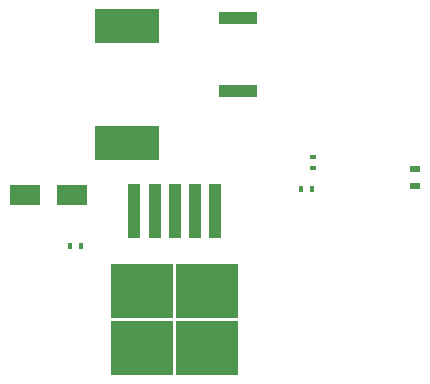
<source format=gbr>
G04 #@! TF.GenerationSoftware,KiCad,Pcbnew,(5.1.5)-3*
G04 #@! TF.CreationDate,2022-02-16T09:58:32-07:00*
G04 #@! TF.ProjectId,lm2596_breakout,6c6d3235-3936-45f6-9272-65616b6f7574,rev?*
G04 #@! TF.SameCoordinates,Original*
G04 #@! TF.FileFunction,Paste,Top*
G04 #@! TF.FilePolarity,Positive*
%FSLAX46Y46*%
G04 Gerber Fmt 4.6, Leading zero omitted, Abs format (unit mm)*
G04 Created by KiCad (PCBNEW (5.1.5)-3) date 2022-02-16 09:58:32*
%MOMM*%
%LPD*%
G04 APERTURE LIST*
%ADD10R,0.600000X0.400000*%
%ADD11R,0.400000X0.600000*%
%ADD12R,5.250000X4.550000*%
%ADD13R,1.100000X4.600000*%
%ADD14R,0.900000X0.500000*%
%ADD15R,3.200000X1.000000*%
%ADD16R,5.400000X2.900000*%
%ADD17R,2.500000X1.800000*%
G04 APERTURE END LIST*
D10*
X77724000Y-114866000D03*
X77724000Y-115766000D03*
D11*
X77666000Y-117602000D03*
X76766000Y-117602000D03*
X57208000Y-122428000D03*
X58108000Y-122428000D03*
D12*
X63265000Y-126172000D03*
X68815000Y-131022000D03*
X68815000Y-126172000D03*
X63265000Y-131022000D03*
D13*
X62640000Y-119447000D03*
X64340000Y-119447000D03*
X66040000Y-119447000D03*
X67740000Y-119447000D03*
X69440000Y-119447000D03*
D14*
X86360000Y-115836000D03*
X86360000Y-117336000D03*
D15*
X71374000Y-103072000D03*
X71374000Y-109272000D03*
D16*
X61976000Y-103762000D03*
X61976000Y-113662000D03*
D17*
X53372000Y-118110000D03*
X57372000Y-118110000D03*
M02*

</source>
